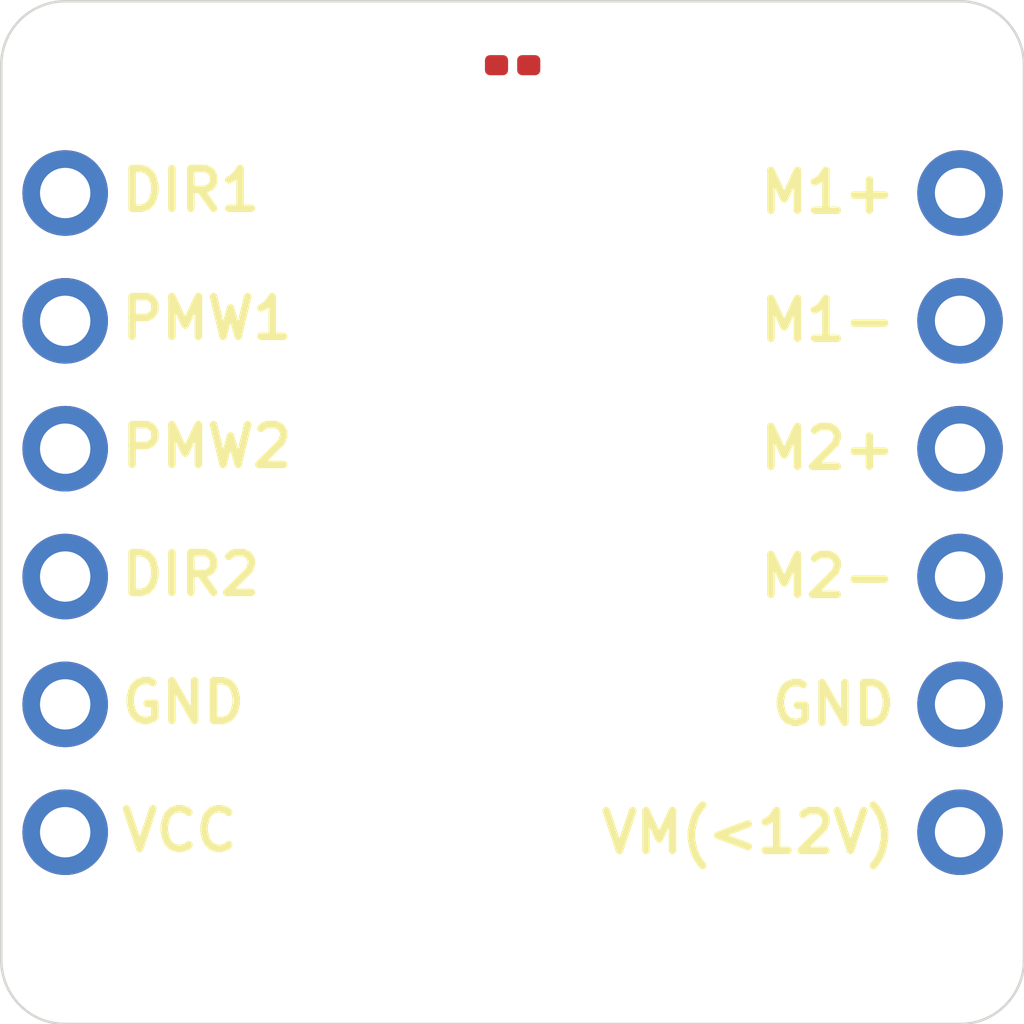
<source format=kicad_pcb>
(kicad_pcb (version 20240108) (generator "pcbnew") (generator_version "8.0")
  (layers (0 "F.Cu" signal) (31 "B.Cu" signal) (34 "B.Paste" user) (35 "F.Paste" user) (36 "B.SilkS" user "B.Silkscreen") (37 "F.SilkS" user "F.Silkscreen") (38 "B.Mask" user) (39 "F.Mask" user) (44 "Edge.Cuts" user))
  (net 0 "")
  (footprint "LED_SMD:LED_0201_0603Metric" (layer "F.Cu") (at 128.27 88.9)
    (property "Reference" "REF**" (hide yes))
    (property "Value" "LED_0201_0603Metric" (hide yes))
    (pad "1" smd roundrect (at -0.32 0) (size 0.46 0.4) (layers "F.Cu" "F.Mask"))
    (pad "2" smd roundrect (at 0.32 0) (size 0.46 0.4) (layers "F.Cu" "F.Mask"))
  )
  (footprint "" (layer "F.Cu") (at 137.16 99.06)
    (property "Reference" "" (at 0 0 0) (layer "F.SilkS") (effects (font (size 1.27 1.27))))
    (property "Value" "")
    (pad "4" thru_hole oval (at 0 0) (size 1.7 1.7) (drill 1) (layers "*.Cu" "*.Mask"))
  )
  (footprint "" (layer "F.Cu") (at 119.38 101.6)
    (property "Reference" "" (at 0 0 0) (layer "F.SilkS") (effects (font (size 1.27 1.27))))
    (property "Value" "")
    (pad "4" thru_hole oval (at 0 0) (size 1.7 1.7) (drill 1) (layers "*.Cu" "*.Mask"))
  )
  (footprint "" (layer "F.Cu") (at 137.16 93.98)
    (property "Reference" "" (at 0 0 0) (layer "F.SilkS") (effects (font (size 1.27 1.27))))
    (property "Value" "")
    (pad "4" thru_hole oval (at 0 0) (size 1.7 1.7) (drill 1) (layers "*.Cu" "*.Mask"))
  )
  (footprint "" (layer "F.Cu") (at 137.16 101.6)
    (property "Reference" "" (at 0 0 0) (layer "F.SilkS") (effects (font (size 1.27 1.27))))
    (property "Value" "")
    (pad "4" thru_hole oval (at 0 0) (size 1.7 1.7) (drill 1) (layers "*.Cu" "*.Mask"))
  )
  (footprint "" (layer "F.Cu") (at 119.38 96.52)
    (property "Reference" "" (at 0 0 0) (layer "F.SilkS") (effects (font (size 1.27 1.27))))
    (property "Value" "")
    (pad "4" thru_hole oval (at 0 0) (size 1.7 1.7) (drill 1) (layers "*.Cu" "*.Mask"))
  )
  (footprint "" (layer "F.Cu") (at 119.38 91.44)
    (property "Reference" "" (at 0 0 0) (layer "F.SilkS") (effects (font (size 1.27 1.27))))
    (property "Value" "")
    (pad "4" thru_hole oval (at 0 0) (size 1.7 1.7) (drill 1) (layers "*.Cu" "*.Mask"))
  )
  (footprint "" (layer "F.Cu") (at 119.38 93.98)
    (property "Reference" "" (at 0 0 0) (layer "F.SilkS") (effects (font (size 1.27 1.27))))
    (property "Value" "")
    (pad "4" thru_hole oval (at 0 0) (size 1.7 1.7) (drill 1) (layers "*.Cu" "*.Mask"))
  )
  (footprint "" (layer "F.Cu") (at 119.38 104.14)
    (property "Reference" "" (at 0 0 0) (layer "F.SilkS") (effects (font (size 1.27 1.27))))
    (property "Value" "")
    (pad "4" thru_hole oval (at 0 0) (size 1.7 1.7) (drill 1) (layers "*.Cu" "*.Mask"))
  )
  (footprint "" (layer "F.Cu") (at 137.16 104.14)
    (property "Reference" "" (at 0 0 0) (layer "F.SilkS") (effects (font (size 1.27 1.27))))
    (property "Value" "")
    (pad "4" thru_hole oval (at 0 0) (size 1.7 1.7) (drill 1) (layers "*.Cu" "*.Mask"))
  )
  (footprint "" (layer "F.Cu") (at 137.16 91.44)
    (property "Reference" "" (at 0 0 0) (layer "F.SilkS") (effects (font (size 1.27 1.27))))
    (property "Value" "")
    (pad "4" thru_hole oval (at 0 0) (size 1.7 1.7) (drill 1) (layers "*.Cu" "*.Mask"))
  )
  (footprint "" (layer "F.Cu") (at 119.38 99.06)
    (property "Reference" "" (at 0 0 0) (layer "F.SilkS") (effects (font (size 1.27 1.27))))
    (property "Value" "")
    (pad "4" thru_hole oval (at 0 0) (size 1.7 1.7) (drill 1) (layers "*.Cu" "*.Mask"))
  )
  (footprint "" (layer "F.Cu") (at 137.16 96.52)
    (property "Reference" "" (at 0 0 0) (layer "F.SilkS") (effects (font (size 1.27 1.27))))
    (property "Value" "")
    (pad "4" thru_hole oval (at 0 0) (size 1.7 1.7) (drill 1) (layers "*.Cu" "*.Mask"))
  )
  (gr_arc (start 118.11 88.9) (mid 118.481974 88.001974) (end 119.38 87.63) (stroke (width 0.05)) (layer "Edge.Cuts"))
  (gr_arc (start 119.38 107.95) (mid 118.481974 107.578026) (end 118.11 106.68) (stroke (width 0.05)) (layer "Edge.Cuts"))
  (gr_arc (start 138.43 106.68) (mid 138.058026 107.578026) (end 137.16 107.95) (stroke (width 0.05)) (layer "Edge.Cuts"))
  (gr_line (start 119.38 107.95) (end 137.16 107.95) (stroke (width 0.05)) (layer "Edge.Cuts"))
  (gr_arc (start 137.16 87.63) (mid 138.058026 88.001974) (end 138.43 88.9) (stroke (width 0.05)) (layer "Edge.Cuts"))
  (gr_line (start 138.43 106.68) (end 138.43 88.9) (stroke (width 0.05)) (layer "Edge.Cuts"))
  (gr_line (start 118.11 88.9) (end 118.11 106.68) (stroke (width 0.05)) (layer "Edge.Cuts"))
  (gr_line (start 137.16 87.63) (end 119.38 87.63) (stroke (width 0.05)) (layer "Edge.Cuts"))
  (gr_text "M1+\n\nM1-\n\nM2+\n\nM2-\n\nGND\n\nVM(<12V)\n" (at 135.946447 104.605587 0) (layer "F.SilkS") (effects (font (size 0.79 0.79)) (justify right bottom)))
  (gr_text "DIR1\n\nPMW1\n\nPMW2\n\nDIR2\n\nGND\n\nVCC\n" (at 120.423369 104.567068 0) (layer "F.SilkS") (effects (font (size 0.79 0.79)) (justify left bottom)))
)
</source>
